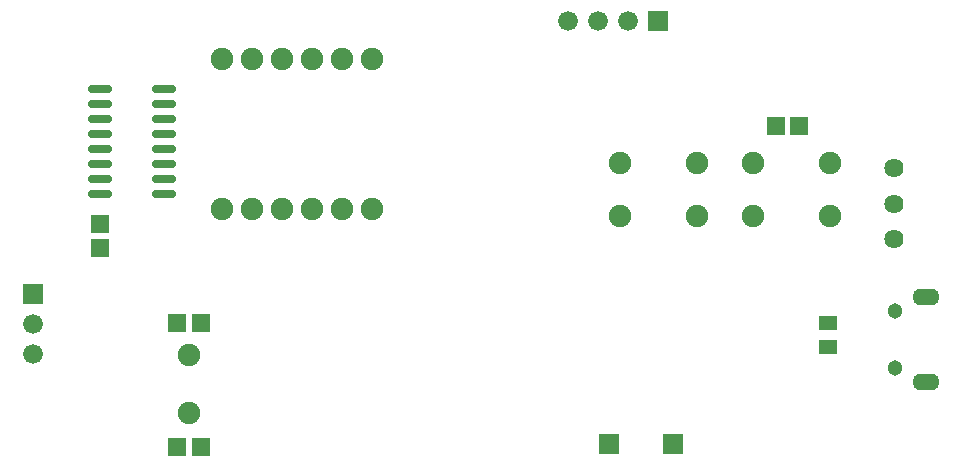
<source format=gbs>
G04 Layer: BottomSolderMaskLayer*
G04 EasyEDA v6.5.47, 2024-09-12 04:01:22*
G04 8c6c83d31be245b591d831e4eff4e06b,65b0a26063cb4300b6f9becee83ce362,10*
G04 Gerber Generator version 0.2*
G04 Scale: 100 percent, Rotated: No, Reflected: No *
G04 Dimensions in millimeters *
G04 leading zeros omitted , absolute positions ,4 integer and 5 decimal *
%FSLAX45Y45*%
%MOMM*%

%AMMACRO1*4,1,8,-0.8085,-0.8382,-0.8382,-0.8084,-0.8382,0.8085,-0.8085,0.8382,0.8084,0.8382,0.8382,0.8085,0.8382,-0.8084,0.8084,-0.8382,-0.8085,-0.8382,0*%
%AMMACRO2*4,1,8,-0.7095,-0.6171,-0.7393,-0.5873,-0.7393,0.5873,-0.7095,0.6171,0.7095,0.6171,0.7393,0.5873,0.7393,-0.5873,0.7095,-0.6171,-0.7095,-0.6171,0*%
%AMMACRO3*4,1,8,-0.6961,-0.7558,-0.7258,-0.726,-0.7258,0.7261,-0.6961,0.7558,0.696,0.7558,0.7258,0.7261,0.7258,-0.726,0.696,-0.7558,-0.6961,-0.7558,0*%
%AMMACRO4*4,1,8,-0.7261,-0.7258,-0.7558,-0.696,-0.7558,0.6961,-0.7261,0.7258,0.726,0.7258,0.7558,0.6961,0.7558,-0.696,0.726,-0.7258,-0.7261,-0.7258,0*%
%ADD10MACRO1*%
%ADD11C,1.6764*%
%ADD12C,1.9016*%
%ADD13C,1.6256*%
%ADD14O,2.3015956X1.4015974000000002*%
%ADD15C,1.3016*%
%ADD16MACRO2*%
%ADD17MACRO3*%
%ADD18MACRO4*%
%ADD19O,2.0725892000000004X0.7036053999999999*%

%LPD*%
D10*
G01*
X5181600Y-3822700D03*
G01*
X5727700Y-3822700D03*
G01*
X5600700Y-241300D03*
D11*
G01*
X5346700Y-241300D03*
G01*
X5092700Y-241300D03*
G01*
X4838700Y-241300D03*
D10*
G01*
X304800Y-2552700D03*
D11*
G01*
X304800Y-2806700D03*
G01*
X304800Y-3060700D03*
D12*
G01*
X5275579Y-1438655D03*
G01*
X5275579Y-1888744D03*
G01*
X5925820Y-1438655D03*
G01*
X5925820Y-1888744D03*
G01*
X6405879Y-1438655D03*
G01*
X6405879Y-1888744D03*
G01*
X7056120Y-1438655D03*
G01*
X7056120Y-1888744D03*
G01*
X1905000Y-1828800D03*
G01*
X2159000Y-1828800D03*
G01*
X2413000Y-1828800D03*
G01*
X2667000Y-1828800D03*
G01*
X2921000Y-1828800D03*
G01*
X3175000Y-1828800D03*
G01*
X3175000Y-558800D03*
G01*
X2921000Y-558800D03*
G01*
X2667000Y-558800D03*
G01*
X2413000Y-558800D03*
G01*
X2159000Y-558800D03*
G01*
X1905000Y-558800D03*
D13*
G01*
X7594600Y-1485900D03*
G01*
X7594600Y-1785899D03*
G01*
X7594600Y-2085898D03*
D14*
G01*
X7866786Y-2573705D03*
G01*
X7866786Y-3293694D03*
D15*
G01*
X7601788Y-3176193D03*
G01*
X7601788Y-2691206D03*
D12*
G01*
X1625600Y-3557092D03*
G01*
X1625600Y-3069107D03*
D16*
G01*
X7035800Y-2995604D03*
G01*
X7035800Y-2795595D03*
D17*
G01*
X876300Y-1957397D03*
G01*
X876300Y-2157402D03*
D18*
G01*
X1725602Y-2794000D03*
G01*
X1525597Y-2794000D03*
G01*
X1725602Y-3848100D03*
G01*
X1525597Y-3848100D03*
G01*
X6592897Y-1130300D03*
G01*
X6792902Y-1130300D03*
D19*
G01*
X1416557Y-812800D03*
G01*
X1416557Y-939800D03*
G01*
X1416557Y-1066800D03*
G01*
X1416557Y-1193800D03*
G01*
X1416557Y-1320800D03*
G01*
X1416557Y-1447800D03*
G01*
X1416557Y-1574800D03*
G01*
X1416557Y-1701800D03*
G01*
X869442Y-812800D03*
G01*
X869442Y-939800D03*
G01*
X869442Y-1066800D03*
G01*
X869442Y-1193800D03*
G01*
X869442Y-1320800D03*
G01*
X869442Y-1447800D03*
G01*
X869442Y-1574800D03*
G01*
X869442Y-1701800D03*
M02*

</source>
